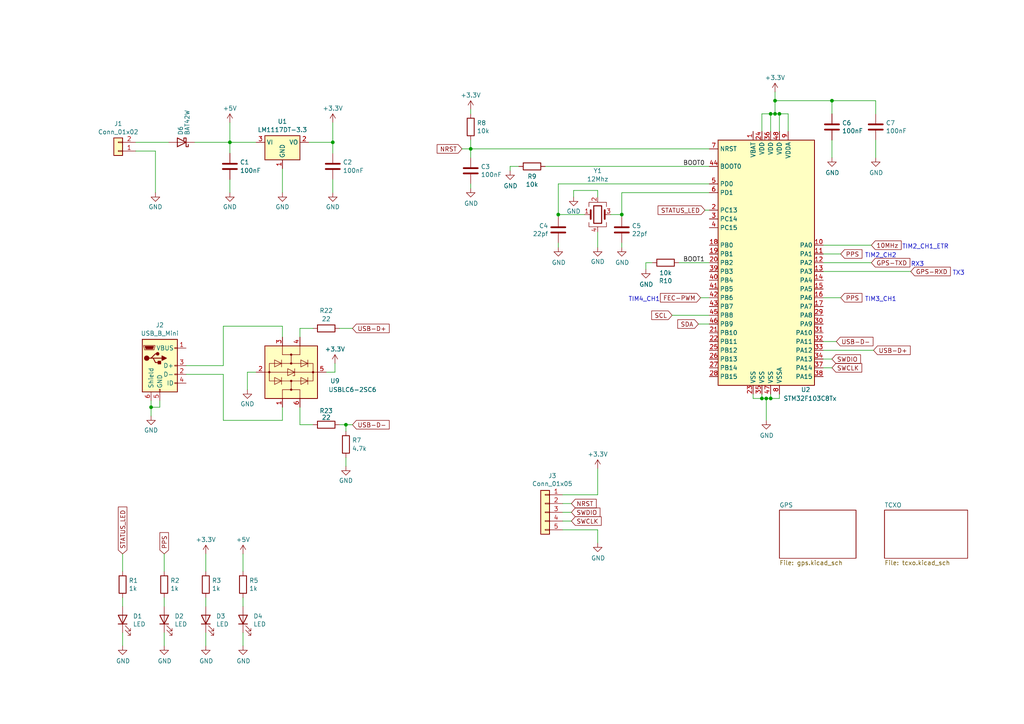
<source format=kicad_sch>
(kicad_sch (version 20230121) (generator eeschema)
  (paper "A4")
  (lib_symbols
    (symbol "Connector:USB_B_Mini" (pin_names (offset 1.016))
      (property "Reference" "J" (at -5.08 11.43 0))
      (property "Value" "USB_B_Mini" (at -5.08 8.89 0))
      (symbol "USB_B_Mini_0_1"
        (rectangle (start -5.08 -7.62) (end 5.08 7.62) (stroke (width 0.254)) (fill (type background)))
        (circle (center -3.81 2.159) (radius 0.635) (stroke (width 0.254)) (fill (type outline)))
        (circle (center -0.635 3.429) (radius 0.381) (stroke (width 0.254)) (fill (type outline)))
        (rectangle (start -0.127 -7.62) (end 0.127 -6.858))
        (polyline (pts (xy -1.905 2.159) (xy 0.635 2.159)) (stroke (width 0.254)))
        (polyline (pts (xy -3.175 2.159) (xy -2.54 2.159) (xy -1.27 3.429) (xy -0.635 3.429)) (stroke (width 0.254)))
        (polyline (pts (xy -2.54 2.159) (xy -1.905 2.159) (xy -1.27 0.889) (xy 0 0.889)) (stroke (width 0.254)))
        (polyline (pts (xy 0.635 2.794) (xy 0.635 1.524) (xy 1.905 2.159) (xy 0.635 2.794)) (stroke (width 0.254)) (fill (type outline)))
        (polyline (pts (xy -4.318 5.588) (xy -1.778 5.588) (xy -2.032 4.826) (xy -4.064 4.826) (xy -4.318 5.588)) (fill (type outline)))
        (polyline (pts (xy -4.699 5.842) (xy -4.699 5.588) (xy -4.445 4.826) (xy -4.445 4.572) (xy -1.651 4.572) (xy -1.651 4.826) (xy -1.397 5.588) (xy -1.397 5.842) (xy -4.699 5.842)))
        (rectangle (start 0.254 1.27) (end -0.508 0.508) (stroke (width 0.254)) (fill (type outline)))
        (rectangle (start 5.08 -5.207) (end 4.318 -4.953))
        (rectangle (start 5.08 -2.667) (end 4.318 -2.413))
        (rectangle (start 5.08 -0.127) (end 4.318 0.127))
        (rectangle (start 5.08 4.953) (end 4.318 5.207))
      )
      (symbol "USB_B_Mini_1_1"
        (pin power_out line (at 7.62 5.08 180) (length 2.54) (name "VBUS") (number "1"))
        (pin bidirectional line (at 7.62 -2.54 180) (length 2.54) (name "D-") (number "2"))
        (pin bidirectional line (at 7.62 0 180) (length 2.54) (name "D+") (number "3"))
        (pin passive line (at 7.62 -5.08 180) (length 2.54) (name "ID") (number "4"))
        (pin power_out line (at 0 -10.16 90) (length 2.54) (name "GND") (number "5"))
        (pin passive line (at -2.54 -10.16 90) (length 2.54) (name "Shield") (number "6"))
      )
    )
    (symbol "Connector_Generic:Conn_01x02" (pin_names (offset 1.016) hide)
      (property "Reference" "J" (at 0 2.54 0))
      (property "Value" "Conn_01x02" (at 0 -5.08 0))
      (symbol "Conn_01x02_1_1"
        (rectangle (start -1.27 -2.413) (end 0 -2.667) (stroke (width 0.1524)))
        (rectangle (start -1.27 0.127) (end 0 -0.127) (stroke (width 0.1524)))
        (rectangle (start -1.27 1.27) (end 1.27 -3.81) (stroke (width 0.254)) (fill (type background)))
        (pin passive line (at -5.08 0 0) (length 3.81) (name "Pin_1") (number "1"))
        (pin passive line (at -5.08 -2.54 0) (length 3.81) (name "Pin_2") (number "2"))
      )
    )
    (symbol "Connector_Generic:Conn_01x05" (pin_names (offset 1.016) hide)
      (property "Reference" "J" (at 0 7.62 0))
      (property "Value" "Conn_01x05" (at 0 -7.62 0))
      (symbol "Conn_01x05_1_1"
        (rectangle (start -1.27 -4.953) (end 0 -5.207) (stroke (width 0.1524)))
        (rectangle (start -1.27 -2.413) (end 0 -2.667) (stroke (width 0.1524)))
        (rectangle (start -1.27 0.127) (end 0 -0.127) (stroke (width 0.1524)))
        (rectangle (start -1.27 2.667) (end 0 2.413) (stroke (width 0.1524)))
        (rectangle (start -1.27 5.207) (end 0 4.953) (stroke (width 0.1524)))
        (rectangle (start -1.27 6.35) (end 1.27 -6.35) (stroke (width 0.254)) (fill (type background)))
        (pin passive line (at -5.08 5.08 0) (length 3.81) (name "Pin_1") (number "1"))
        (pin passive line (at -5.08 2.54 0) (length 3.81) (name "Pin_2") (number "2"))
        (pin passive line (at -5.08 0 0) (length 3.81) (name "Pin_3") (number "3"))
        (pin passive line (at -5.08 -2.54 0) (length 3.81) (name "Pin_4") (number "4"))
        (pin passive line (at -5.08 -5.08 0) (length 3.81) (name "Pin_5") (number "5"))
      )
    )
    (symbol "Device:C" (pin_numbers hide) (pin_names (offset 0.254))
      (property "Reference" "C" (at 0.635 2.54 0))
      (property "Value" "C" (at 0.635 -2.54 0))
      (symbol "C_0_1"
        (polyline (pts (xy -2.032 -0.762) (xy 2.032 -0.762)) (stroke (width 0.508)))
        (polyline (pts (xy -2.032 0.762) (xy 2.032 0.762)) (stroke (width 0.508)))
      )
      (symbol "C_1_1"
        (pin passive line (at 0 3.81 270) (length 2.794) (name "~") (number "1"))
        (pin passive line (at 0 -3.81 90) (length 2.794) (name "~") (number "2"))
      )
    )
    (symbol "Device:Crystal_GND24" (pin_names (offset 1.016) hide)
      (property "Reference" "Y" (at 3.175 5.08 0))
      (property "Value" "Crystal_GND24" (at 3.175 3.175 0))
      (symbol "Crystal_GND24_0_1"
        (rectangle (start -1.143 2.54) (end 1.143 -2.54) (stroke (width 0.3048)))
        (polyline (pts (xy -2.54 0) (xy -2.032 0)))
        (polyline (pts (xy -2.032 -1.27) (xy -2.032 1.27)) (stroke (width 0.508)))
        (polyline (pts (xy 0 -3.81) (xy 0 -3.556)))
        (polyline (pts (xy 0 3.556) (xy 0 3.81)))
        (polyline (pts (xy 2.032 -1.27) (xy 2.032 1.27)) (stroke (width 0.508)))
        (polyline (pts (xy 2.032 0) (xy 2.54 0)))
        (polyline (pts (xy -2.54 -2.286) (xy -2.54 -3.556) (xy 2.54 -3.556) (xy 2.54 -2.286)))
        (polyline (pts (xy -2.54 2.286) (xy -2.54 3.556) (xy 2.54 3.556) (xy 2.54 2.286)))
      )
      (symbol "Crystal_GND24_1_1"
        (pin passive line (at -3.81 0 0) (length 1.27) (name "1") (number "1"))
        (pin passive line (at 0 5.08 270) (length 1.27) (name "2") (number "2"))
        (pin passive line (at 3.81 0 180) (length 1.27) (name "3") (number "3"))
        (pin passive line (at 0 -5.08 90) (length 1.27) (name "4") (number "4"))
      )
    )
    (symbol "Device:D_Schottky" (pin_numbers hide) (pin_names (offset 1.016) hide)
      (property "Reference" "D" (at 0 2.54 0))
      (property "Value" "D_Schottky" (at 0 -2.54 0))
      (symbol "D_Schottky_0_1"
        (polyline (pts (xy 1.27 0) (xy -1.27 0)))
        (polyline (pts (xy 1.27 1.27) (xy 1.27 -1.27) (xy -1.27 0) (xy 1.27 1.27)) (stroke (width 0.254)))
        (polyline (pts (xy -1.905 0.635) (xy -1.905 1.27) (xy -1.27 1.27) (xy -1.27 -1.27) (xy -0.635 -1.27) (xy -0.635 -0.635)) (stroke (width 0.254)))
      )
      (symbol "D_Schottky_1_1"
        (pin passive line (at -3.81 0 0) (length 2.54) (name "K") (number "1"))
        (pin passive line (at 3.81 0 180) (length 2.54) (name "A") (number "2"))
      )
    )
    (symbol "Device:LED" (pin_numbers hide) (pin_names (offset 1.016) hide)
      (property "Reference" "D" (at 0 2.54 0))
      (property "Value" "LED" (at 0 -2.54 0))
      (symbol "LED_0_1"
        (polyline (pts (xy -1.27 -1.27) (xy -1.27 1.27)) (stroke (width 0.254)))
        (polyline (pts (xy -1.27 0) (xy 1.27 0)))
        (polyline (pts (xy 1.27 -1.27) (xy 1.27 1.27) (xy -1.27 0) (xy 1.27 -1.27)) (stroke (width 0.254)))
        (polyline (pts (xy -3.048 -0.762) (xy -4.572 -2.286) (xy -3.81 -2.286) (xy -4.572 -2.286) (xy -4.572 -1.524)))
        (polyline (pts (xy -1.778 -0.762) (xy -3.302 -2.286) (xy -2.54 -2.286) (xy -3.302 -2.286) (xy -3.302 -1.524)))
      )
      (symbol "LED_1_1"
        (pin passive line (at -3.81 0 0) (length 2.54) (name "K") (number "1"))
        (pin passive line (at 3.81 0 180) (length 2.54) (name "A") (number "2"))
      )
    )
    (symbol "Device:R" (pin_numbers hide) (pin_names (offset 0))
      (property "Reference" "R" (at 2.032 0 90))
      (property "Value" "R" (at 0 0 90))
      (symbol "R_0_1"
        (rectangle (start -1.016 -2.54) (end 1.016 2.54) (stroke (width 0.254)))
      )
      (symbol "R_1_1"
        (pin passive line (at 0 3.81 270) (length 1.27) (name "~") (number "1"))
        (pin passive line (at 0 -3.81 90) (length 1.27) (name "~") (number "2"))
      )
    )
    (symbol "Power_Protection:USBLC6-2SC6" (pin_names hide)
      (property "Reference" "U" (at 2.54 8.89 0))
      (property "Value" "USBLC6-2SC6" (at 2.54 -8.89 0))
      (symbol "USBLC6-2SC6_0_1"
        (rectangle (start -7.62 -7.62) (end 7.62 7.62) (stroke (width 0.254)) (fill (type background)))
        (circle (center -5.08 0) (radius 0.254) (fill (type outline)))
        (circle (center -2.54 0) (radius 0.254) (fill (type outline)))
        (rectangle (start -2.54 6.35) (end 2.54 -6.35))
        (circle (center 0 -6.35) (radius 0.254) (fill (type outline)))
        (polyline (pts (xy -5.08 -2.54) (xy -7.62 -2.54)))
        (polyline (pts (xy -5.08 0) (xy -5.08 -2.54)))
        (polyline (pts (xy -5.08 2.54) (xy -7.62 2.54)))
        (polyline (pts (xy -1.524 -2.794) (xy -3.556 -2.794)))
        (polyline (pts (xy -1.524 4.826) (xy -3.556 4.826)))
        (polyline (pts (xy 0 -7.62) (xy 0 -6.35)))
        (polyline (pts (xy 0 -6.35) (xy 0 1.27)))
        (polyline (pts (xy 0 1.27) (xy 0 6.35)))
        (polyline (pts (xy 0 6.35) (xy 0 7.62)))
        (polyline (pts (xy 1.524 -2.794) (xy 3.556 -2.794)))
        (polyline (pts (xy 1.524 4.826) (xy 3.556 4.826)))
        (polyline (pts (xy 5.08 -2.54) (xy 7.62 -2.54)))
        (polyline (pts (xy 5.08 0) (xy 5.08 -2.54)))
        (polyline (pts (xy 5.08 2.54) (xy 7.62 2.54)))
        (polyline (pts (xy -2.54 0) (xy -5.08 0) (xy -5.08 2.54)))
        (polyline (pts (xy 2.54 0) (xy 5.08 0) (xy 5.08 2.54)))
        (polyline (pts (xy -3.556 -4.826) (xy -1.524 -4.826) (xy -2.54 -2.794) (xy -3.556 -4.826)))
        (polyline (pts (xy -3.556 2.794) (xy -1.524 2.794) (xy -2.54 4.826) (xy -3.556 2.794)))
        (polyline (pts (xy -1.016 -1.016) (xy 1.016 -1.016) (xy 0 1.016) (xy -1.016 -1.016)))
        (polyline (pts (xy 1.016 1.016) (xy 0.762 1.016) (xy -1.016 1.016) (xy -1.016 0.508)))
        (polyline (pts (xy 3.556 -4.826) (xy 1.524 -4.826) (xy 2.54 -2.794) (xy 3.556 -4.826)))
        (polyline (pts (xy 3.556 2.794) (xy 1.524 2.794) (xy 2.54 4.826) (xy 3.556 2.794)))
        (circle (center 0 6.35) (radius 0.254) (fill (type outline)))
        (circle (center 2.54 0) (radius 0.254) (fill (type outline)))
        (circle (center 5.08 0) (radius 0.254) (fill (type outline)))
      )
      (symbol "USBLC6-2SC6_1_1"
        (pin passive line (at -10.16 -2.54 0) (length 2.54) (name "I/O1") (number "1"))
        (pin passive line (at 0 -10.16 90) (length 2.54) (name "GND") (number "2"))
        (pin passive line (at 10.16 -2.54 180) (length 2.54) (name "I/O2") (number "3"))
        (pin passive line (at 10.16 2.54 180) (length 2.54) (name "I/O2") (number "4"))
        (pin passive line (at 0 10.16 270) (length 2.54) (name "VBUS") (number "5"))
        (pin passive line (at -10.16 2.54 0) (length 2.54) (name "I/O1") (number "6"))
      )
    )
    (symbol "Regulator_Linear:LM1117DT-3.3"
      (property "Reference" "U" (at -3.81 3.175 0))
      (property "Value" "LM1117DT-3.3" (at 0 3.175 0))
      (symbol "LM1117DT-3.3_0_1"
        (rectangle (start -5.08 -5.08) (end 5.08 1.905) (stroke (width 0.254)) (fill (type background)))
      )
      (symbol "LM1117DT-3.3_1_1"
        (pin power_in line (at 0 -7.62 90) (length 2.54) (name "GND") (number "1"))
        (pin power_out line (at 7.62 0 180) (length 2.54) (name "VO") (number "2"))
        (pin power_in line (at -7.62 0 0) (length 2.54) (name "VI") (number "3"))
      )
    )
    (symbol "cheapsdo-rescue:STM32F103C8Tx-MCU_ST_STM32F1"
      (property "Reference" "U" (at -15.24 36.83 0))
      (property "Value" "MCU_ST_STM32F1_STM32F103C8Tx" (at 7.62 36.83 0))
      (symbol "STM32F103C8Tx-MCU_ST_STM32F1_0_1"
        (rectangle (start -15.24 -35.56) (end 12.7 35.56) (stroke (width 0.254)) (fill (type background)))
      )
      (symbol "STM32F103C8Tx-MCU_ST_STM32F1_1_1"
        (pin power_in line (at -5.08 38.1 270) (length 2.54) (name "VBAT") (number "1"))
        (pin bidirectional line (at 15.24 5.08 180) (length 2.54) (name "PA0") (number "10"))
        (pin bidirectional line (at 15.24 2.54 180) (length 2.54) (name "PA1") (number "11"))
        (pin bidirectional line (at 15.24 0 180) (length 2.54) (name "PA2") (number "12"))
        (pin bidirectional line (at 15.24 -2.54 180) (length 2.54) (name "PA3") (number "13"))
        (pin bidirectional line (at 15.24 -5.08 180) (length 2.54) (name "PA4") (number "14"))
        (pin bidirectional line (at 15.24 -7.62 180) (length 2.54) (name "PA5") (number "15"))
        (pin bidirectional line (at 15.24 -10.16 180) (length 2.54) (name "PA6") (number "16"))
        (pin bidirectional line (at 15.24 -12.7 180) (length 2.54) (name "PA7") (number "17"))
        (pin bidirectional line (at -17.78 5.08 0) (length 2.54) (name "PB0") (number "18"))
        (pin bidirectional line (at -17.78 2.54 0) (length 2.54) (name "PB1") (number "19"))
        (pin bidirectional line (at -17.78 15.24 0) (length 2.54) (name "PC13") (number "2"))
        (pin bidirectional line (at -17.78 0 0) (length 2.54) (name "PB2") (number "20"))
        (pin bidirectional line (at -17.78 -20.32 0) (length 2.54) (name "PB10") (number "21"))
        (pin bidirectional line (at -17.78 -22.86 0) (length 2.54) (name "PB11") (number "22"))
        (pin power_in line (at -5.08 -38.1 90) (length 2.54) (name "VSS") (number "23"))
        (pin power_in line (at -2.54 38.1 270) (length 2.54) (name "VDD") (number "24"))
        (pin bidirectional line (at -17.78 -25.4 0) (length 2.54) (name "PB12") (number "25"))
        (pin bidirectional line (at -17.78 -27.94 0) (length 2.54) (name "PB13") (number "26"))
        (pin bidirectional line (at -17.78 -30.48 0) (length 2.54) (name "PB14") (number "27"))
        (pin bidirectional line (at -17.78 -33.02 0) (length 2.54) (name "PB15") (number "28"))
        (pin bidirectional line (at 15.24 -15.24 180) (length 2.54) (name "PA8") (number "29"))
        (pin bidirectional line (at -17.78 12.7 0) (length 2.54) (name "PC14") (number "3"))
        (pin bidirectional line (at 15.24 -17.78 180) (length 2.54) (name "PA9") (number "30"))
        (pin bidirectional line (at 15.24 -20.32 180) (length 2.54) (name "PA10") (number "31"))
        (pin bidirectional line (at 15.24 -22.86 180) (length 2.54) (name "PA11") (number "32"))
        (pin bidirectional line (at 15.24 -25.4 180) (length 2.54) (name "PA12") (number "33"))
        (pin bidirectional line (at 15.24 -27.94 180) (length 2.54) (name "PA13") (number "34"))
        (pin power_in line (at -2.54 -38.1 90) (length 2.54) (name "VSS") (number "35"))
        (pin power_in line (at 0 38.1 270) (length 2.54) (name "VDD") (number "36"))
        (pin bidirectional line (at 15.24 -30.48 180) (length 2.54) (name "PA14") (number "37"))
        (pin bidirectional line (at 15.24 -33.02 180) (length 2.54) (name "PA15") (number "38"))
        (pin bidirectional line (at -17.78 -2.54 0) (length 2.54) (name "PB3") (number "39"))
        (pin bidirectional line (at -17.78 10.16 0) (length 2.54) (name "PC15") (number "4"))
        (pin bidirectional line (at -17.78 -5.08 0) (length 2.54) (name "PB4") (number "40"))
        (pin bidirectional line (at -17.78 -7.62 0) (length 2.54) (name "PB5") (number "41"))
        (pin bidirectional line (at -17.78 -10.16 0) (length 2.54) (name "PB6") (number "42"))
        (pin bidirectional line (at -17.78 -12.7 0) (length 2.54) (name "PB7") (number "43"))
        (pin input line (at -17.78 27.94 0) (length 2.54) (name "BOOT0") (number "44"))
        (pin bidirectional line (at -17.78 -15.24 0) (length 2.54) (name "PB8") (number "45"))
        (pin bidirectional line (at -17.78 -17.78 0) (length 2.54) (name "PB9") (number "46"))
        (pin power_in line (at 0 -38.1 90) (length 2.54) (name "VSS") (number "47"))
        (pin power_in line (at 2.54 38.1 270) (length 2.54) (name "VDD") (number "48"))
        (pin input line (at -17.78 22.86 0) (length 2.54) (name "PD0") (number "5"))
        (pin input line (at -17.78 20.32 0) (length 2.54) (name "PD1") (number "6"))
        (pin input line (at -17.78 33.02 0) (length 2.54) (name "NRST") (number "7"))
        (pin power_in line (at 2.54 -38.1 90) (length 2.54) (name "VSSA") (number "8"))
        (pin power_in line (at 5.08 38.1 270) (length 2.54) (name "VDDA") (number "9"))
      )
    )
    (symbol "power:+3.3V" (power) (pin_names (offset 0))
      (property "Value" "+3.3V" (at 0 3.556 0))
      (symbol "+3.3V_0_1"
        (polyline (pts (xy -0.762 1.27) (xy 0 2.54)))
        (polyline (pts (xy 0 0) (xy 0 2.54)))
        (polyline (pts (xy 0 2.54) (xy 0.762 1.27)))
      )
      (symbol "+3.3V_1_1"
        (pin power_in line (at 0 0 90) (length 0) hide (name "+3.3V") (number "1"))
      )
    )
    (symbol "power:+5V" (power) (pin_names (offset 0))
      (property "Value" "+5V" (at 0 3.556 0))
      (symbol "+5V_0_1"
        (polyline (pts (xy -0.762 1.27) (xy 0 2.54)))
        (polyline (pts (xy 0 0) (xy 0 2.54)))
        (polyline (pts (xy 0 2.54) (xy 0.762 1.27)))
      )
      (symbol "+5V_1_1"
        (pin power_in line (at 0 0 90) (length 0) hide (name "+5V") (number "1"))
      )
    )
    (symbol "power:GND" (power) (pin_names (offset 0))
      (property "Value" "GND" (at 0 -3.81 0))
      (symbol "GND_0_1"
        (polyline (pts (xy 0 0) (xy 0 -1.27) (xy 1.27 -1.27) (xy 0 -2.54) (xy -1.27 -1.27) (xy 0 -1.27)))
      )
      (symbol "GND_1_1"
        (pin power_in line (at 0 0 270) (length 0) hide (name "GND") (number "1"))
      )
    )
  )
  (junction (at 180.34 62.23))
  (junction (at 96.52 41.275))
  (junction (at 220.98 115.57))
  (junction (at 100.33 123.19))
  (junction (at 223.52 33.02))
  (junction (at 222.25 115.57))
  (junction (at 224.79 29.21))
  (junction (at 226.06 33.02))
  (junction (at 43.815 118.11))
  (junction (at 241.3 29.21))
  (junction (at 223.52 115.57))
  (junction (at 224.79 33.02))
  (junction (at 161.925 62.23))
  (junction (at 136.525 43.18))
  (junction (at 66.675 41.275))
  (wire (pts (xy 43.815 118.11) (xy 43.815 120.65)))
  (wire (pts (xy 241.3 40.64) (xy 241.3 45.72)))
  (wire (pts (xy 39.37 41.275) (xy 48.895 41.275)))
  (wire (pts (xy 163.195 153.67) (xy 173.355 153.67)))
  (wire (pts (xy 254 29.21) (xy 254 33.02)))
  (wire (pts (xy 98.425 123.19) (xy 100.33 123.19)))
  (wire (pts (xy 238.76 104.14) (xy 241.3 104.14)))
  (wire (pts (xy 74.295 107.95) (xy 71.755 107.95)))
  (wire (pts (xy 163.195 146.05) (xy 165.735 146.05)))
  (wire (pts (xy 136.525 43.18) (xy 136.525 45.72)))
  (wire (pts (xy 161.925 62.23) (xy 161.925 62.865)))
  (wire (pts (xy 173.355 143.51) (xy 173.355 135.89)))
  (wire (pts (xy 222.25 115.57) (xy 223.52 115.57)))
  (wire (pts (xy 64.77 121.92) (xy 64.77 108.585)))
  (wire (pts (xy 53.975 106.045) (xy 64.77 106.045)))
  (wire (pts (xy 35.56 160.655) (xy 35.56 165.735)))
  (wire (pts (xy 96.52 41.275) (xy 96.52 44.45)))
  (wire (pts (xy 163.195 151.13) (xy 165.735 151.13)))
  (wire (pts (xy 254 40.64) (xy 254 45.72)))
  (wire (pts (xy 238.76 76.2) (xy 252.73 76.2)))
  (wire (pts (xy 223.52 33.02) (xy 224.79 33.02)))
  (wire (pts (xy 97.155 107.95) (xy 97.155 105.41)))
  (wire (pts (xy 81.915 118.11) (xy 81.915 121.92)))
  (wire (pts (xy 94.615 107.95) (xy 97.155 107.95)))
  (wire (pts (xy 163.195 143.51) (xy 173.355 143.51)))
  (wire (pts (xy 71.755 107.95) (xy 71.755 113.03)))
  (wire (pts (xy 47.625 173.355) (xy 47.625 175.895)))
  (wire (pts (xy 136.525 33.02) (xy 136.525 31.75)))
  (wire (pts (xy 222.25 115.57) (xy 222.25 121.92)))
  (wire (pts (xy 136.525 53.34) (xy 136.525 54.61)))
  (wire (pts (xy 161.925 62.23) (xy 169.545 62.23)))
  (wire (pts (xy 45.085 43.815) (xy 45.085 55.88)))
  (wire (pts (xy 39.37 43.815) (xy 45.085 43.815)))
  (wire (pts (xy 86.995 95.25) (xy 90.805 95.25)))
  (wire (pts (xy 223.52 38.1) (xy 223.52 33.02)))
  (wire (pts (xy 86.995 118.11) (xy 86.995 123.19)))
  (wire (pts (xy 64.77 94.615) (xy 81.915 94.615)))
  (wire (pts (xy 238.76 78.74) (xy 264.16 78.74)))
  (wire (pts (xy 147.955 49.53) (xy 147.955 48.26)))
  (wire (pts (xy 220.98 38.1) (xy 220.98 33.02)))
  (wire (pts (xy 218.44 114.3) (xy 218.44 115.57)))
  (wire (pts (xy 194.945 91.44) (xy 205.74 91.44)))
  (wire (pts (xy 70.485 160.655) (xy 70.485 165.735)))
  (wire (pts (xy 173.355 55.245) (xy 166.37 55.245)))
  (wire (pts (xy 224.79 29.21) (xy 241.3 29.21)))
  (wire (pts (xy 173.355 153.67) (xy 173.355 157.48)))
  (wire (pts (xy 46.355 118.11) (xy 46.355 116.205)))
  (wire (pts (xy 100.33 123.19) (xy 100.33 125.095)))
  (wire (pts (xy 196.85 76.2) (xy 205.74 76.2)))
  (wire (pts (xy 64.77 106.045) (xy 64.77 94.615)))
  (wire (pts (xy 59.69 183.515) (xy 59.69 187.325)))
  (wire (pts (xy 161.925 71.755) (xy 161.925 70.485)))
  (wire (pts (xy 158.115 48.26) (xy 205.74 48.26)))
  (wire (pts (xy 224.79 29.21) (xy 224.79 26.67)))
  (wire (pts (xy 226.06 38.1) (xy 226.06 33.02)))
  (wire (pts (xy 180.34 62.23) (xy 180.34 62.865)))
  (wire (pts (xy 204.47 60.96) (xy 205.74 60.96)))
  (wire (pts (xy 81.915 121.92) (xy 64.77 121.92)))
  (wire (pts (xy 177.165 62.23) (xy 180.34 62.23)))
  (wire (pts (xy 241.3 29.21) (xy 241.3 33.02)))
  (wire (pts (xy 223.52 115.57) (xy 226.06 115.57)))
  (wire (pts (xy 161.925 53.34) (xy 161.925 62.23)))
  (wire (pts (xy 86.995 95.25) (xy 86.995 97.79)))
  (wire (pts (xy 100.33 132.715) (xy 100.33 135.255)))
  (wire (pts (xy 238.76 73.66) (xy 243.84 73.66)))
  (wire (pts (xy 180.34 55.88) (xy 205.74 55.88)))
  (wire (pts (xy 238.76 106.68) (xy 241.3 106.68)))
  (wire (pts (xy 136.525 43.18) (xy 136.525 40.64)))
  (wire (pts (xy 173.355 67.31) (xy 173.355 71.755)))
  (wire (pts (xy 238.76 86.36) (xy 243.84 86.36)))
  (wire (pts (xy 166.37 55.245) (xy 166.37 57.15)))
  (wire (pts (xy 241.3 29.21) (xy 254 29.21)))
  (wire (pts (xy 223.52 115.57) (xy 223.52 114.3)))
  (wire (pts (xy 66.675 35.56) (xy 66.675 41.275)))
  (wire (pts (xy 220.98 33.02) (xy 223.52 33.02)))
  (wire (pts (xy 47.625 183.515) (xy 47.625 187.325)))
  (wire (pts (xy 133.985 43.18) (xy 136.525 43.18)))
  (wire (pts (xy 238.76 101.6) (xy 253.365 101.6)))
  (wire (pts (xy 102.235 95.25) (xy 98.425 95.25)))
  (wire (pts (xy 43.815 118.11) (xy 46.355 118.11)))
  (wire (pts (xy 189.23 76.2) (xy 187.325 76.2)))
  (wire (pts (xy 226.06 115.57) (xy 226.06 114.3)))
  (wire (pts (xy 59.69 160.655) (xy 59.69 165.735)))
  (wire (pts (xy 218.44 115.57) (xy 220.98 115.57)))
  (wire (pts (xy 59.69 173.355) (xy 59.69 175.895)))
  (wire (pts (xy 102.235 123.19) (xy 100.33 123.19)))
  (wire (pts (xy 90.805 123.19) (xy 86.995 123.19)))
  (wire (pts (xy 226.06 33.02) (xy 228.6 33.02)))
  (wire (pts (xy 43.815 116.205) (xy 43.815 118.11)))
  (wire (pts (xy 220.98 115.57) (xy 222.25 115.57)))
  (wire (pts (xy 147.955 48.26) (xy 150.495 48.26)))
  (wire (pts (xy 96.52 52.07) (xy 96.52 55.88)))
  (wire (pts (xy 89.535 41.275) (xy 96.52 41.275)))
  (wire (pts (xy 161.925 53.34) (xy 205.74 53.34)))
  (wire (pts (xy 47.625 160.655) (xy 47.625 165.735)))
  (wire (pts (xy 180.34 55.88) (xy 180.34 62.23)))
  (wire (pts (xy 173.355 57.15) (xy 173.355 55.245)))
  (wire (pts (xy 187.325 76.2) (xy 187.325 78.105)))
  (wire (pts (xy 56.515 41.275) (xy 66.675 41.275)))
  (wire (pts (xy 53.975 108.585) (xy 64.77 108.585)))
  (wire (pts (xy 136.525 43.18) (xy 205.74 43.18)))
  (wire (pts (xy 238.76 71.12) (xy 252.73 71.12)))
  (wire (pts (xy 66.675 41.275) (xy 66.675 44.45)))
  (wire (pts (xy 66.675 52.07) (xy 66.675 55.88)))
  (wire (pts (xy 180.34 71.755) (xy 180.34 70.485)))
  (wire (pts (xy 228.6 33.02) (xy 228.6 38.1)))
  (wire (pts (xy 35.56 173.355) (xy 35.56 175.895)))
  (wire (pts (xy 81.915 48.895) (xy 81.915 55.88)))
  (wire (pts (xy 81.915 94.615) (xy 81.915 97.79)))
  (wire (pts (xy 238.76 99.06) (xy 242.57 99.06)))
  (wire (pts (xy 220.98 115.57) (xy 220.98 114.3)))
  (wire (pts (xy 224.79 33.02) (xy 224.79 29.21)))
  (wire (pts (xy 74.295 41.275) (xy 66.675 41.275)))
  (wire (pts (xy 70.485 183.515) (xy 70.485 187.325)))
  (wire (pts (xy 224.79 33.02) (xy 226.06 33.02)))
  (wire (pts (xy 202.565 93.98) (xy 205.74 93.98)))
  (wire (pts (xy 163.195 148.59) (xy 165.735 148.59)))
  (wire (pts (xy 35.56 183.515) (xy 35.56 187.325)))
  (wire (pts (xy 96.52 41.275) (xy 96.52 35.56)))
  (wire (pts (xy 70.485 173.355) (xy 70.485 175.895)))
  (wire (pts (xy 203.2 86.36) (xy 205.74 86.36)))
  (text "TIM2_CH2" (at 250.825 74.93 0) (effects (font (size 1.27 1.27)) (justify left bottom)))
  (text "TIM2_CH1_ETR" (at 261.62 72.39 0) (effects (font (size 1.27 1.27)) (justify left bottom)))
  (text "TIM4_CH1" (at 182.245 87.63 0) (effects (font (size 1.27 1.27)) (justify left bottom)))
  (text "TIM3_CH1" (at 250.825 87.63 0) (effects (font (size 1.27 1.27)) (justify left bottom)))
  (text "RX3" (at 264.16 77.47 0) (effects (font (size 1.27 1.27)) (justify left bottom)))
  (text "TX3" (at 276.225 80.01 0) (effects (font (size 1.27 1.27)) (justify left bottom)))
  (label "BOOT0" (at 198.12 48.26 0))
  (label "BOOT1" (at 198.12 76.2 0))
  (global_label "USB-D+" (shape input) (at 253.365 101.6 0) (property "Intersheetrefs" "${INTERSHEET_REFS}" (effects hide)))
  (global_label "SCL" (shape input) (at 194.945 91.44 180) (property "Intersheetrefs" "${INTERSHEET_REFS}" (effects hide)))
  (global_label "SWCLK" (shape input) (at 165.735 151.13 0) (property "Intersheetrefs" "${INTERSHEET_REFS}" (effects hide)))
  (global_label "NRST" (shape input) (at 165.735 146.05 0) (property "Intersheetrefs" "${INTERSHEET_REFS}" (effects hide)))
  (global_label "NRST" (shape input) (at 133.985 43.18 180) (property "Intersheetrefs" "${INTERSHEET_REFS}" (effects hide)))
  (global_label "SWDIO" (shape input) (at 165.735 148.59 0) (property "Intersheetrefs" "${INTERSHEET_REFS}" (effects hide)))
  (global_label "STATUS_LED" (shape input) (at 35.56 160.655 90) (property "Intersheetrefs" "${INTERSHEET_REFS}" (effects hide)))
  (global_label "GPS-RXD" (shape input) (at 264.16 78.74 0) (property "Intersheetrefs" "${INTERSHEET_REFS}" (effects hide)))
  (global_label "PPS" (shape input) (at 47.625 160.655 90) (property "Intersheetrefs" "${INTERSHEET_REFS}" (effects hide)))
  (global_label "PPS" (shape input) (at 243.84 73.66 0) (property "Intersheetrefs" "${INTERSHEET_REFS}" (effects hide)))
  (global_label "SWDIO" (shape input) (at 241.3 104.14 0) (property "Intersheetrefs" "${INTERSHEET_REFS}" (effects hide)))
  (global_label "STATUS_LED" (shape input) (at 204.47 60.96 180) (property "Intersheetrefs" "${INTERSHEET_REFS}" (effects hide)))
  (global_label "SDA" (shape input) (at 202.565 93.98 180) (property "Intersheetrefs" "${INTERSHEET_REFS}" (effects hide)))
  (global_label "PPS" (shape input) (at 243.84 86.36 0) (property "Intersheetrefs" "${INTERSHEET_REFS}" (effects hide)))
  (global_label "USB-D-" (shape input) (at 242.57 99.06 0) (property "Intersheetrefs" "${INTERSHEET_REFS}" (effects hide)))
  (global_label "USB-D+" (shape input) (at 102.235 95.25 0) (property "Intersheetrefs" "${INTERSHEET_REFS}" (effects hide)))
  (global_label "SWCLK" (shape input) (at 241.3 106.68 0) (property "Intersheetrefs" "${INTERSHEET_REFS}" (effects hide)))
  (global_label "GPS-TXD" (shape input) (at 252.73 76.2 0) (property "Intersheetrefs" "${INTERSHEET_REFS}" (effects hide)))
  (global_label "10MHz" (shape input) (at 252.73 71.12 0) (property "Intersheetrefs" "${INTERSHEET_REFS}" (effects hide)))
  (global_label "USB-D-" (shape input) (at 102.235 123.19 0) (property "Intersheetrefs" "${INTERSHEET_REFS}" (effects hide)))
  (global_label "FEC-PWM" (shape input) (at 203.2 86.36 180) (property "Intersheetrefs" "${INTERSHEET_REFS}" (effects hide)))
  (symbol (lib_id "cheapsdo-rescue:STM32F103C8Tx-MCU_ST_STM32F1") (at 223.52 76.2 0) (unit 1)
    (property "Reference" "U2" (at 233.68 113.03 0))
    (property "Value" "STM32F103C8Tx" (at 234.95 115.57 0))
    (property "Footprint" "Package_QFP:LQFP-48_7x7mm_P0.5mm" (effects hide))
    (property "Datasheet" "http://www.st.com/st-web-ui/static/active/en/resource/technical/document/datasheet/CD00161566.pdf" (effects hide))
  )
  (symbol (lib_id "Device:R") (at 154.305 48.26 270) (unit 1)
    (property "Reference" "R9" (at 154.305 51.181 90))
    (property "Value" "10k" (at 154.305 53.4924 90))
    (property "Footprint" "Resistor_SMD:R_0603_1608Metric_Pad0.98x0.95mm_HandSolder" (effects hide))
  )
  (symbol (lib_id "Device:R") (at 193.04 76.2 90) (unit 1)
    (property "Reference" "R10" (at 193.04 81.4578 90))
    (property "Value" "10k" (at 193.04 79.1464 90))
    (property "Footprint" "Resistor_SMD:R_0603_1608Metric_Pad0.98x0.95mm_HandSolder" (effects hide))
  )
  (symbol (lib_id "power:GND") (at 187.325 78.105 0) (unit 1)
    (property "Reference" "#PWR024" (effects hide))
    (property "Value" "GND" (at 187.452 82.4992 0))
  )
  (symbol (lib_id "Device:C") (at 161.925 66.675 0) (unit 1)
    (property "Reference" "C4" (at 159.0294 65.5066 0) (effects (justify right)))
    (property "Value" "22pf" (at 159.0294 67.818 0) (effects (justify right)))
    (property "Footprint" "Capacitor_SMD:C_0603_1608Metric_Pad1.08x0.95mm_HandSolder" (effects hide))
  )
  (symbol (lib_id "Device:C") (at 180.34 66.675 0) (unit 1)
    (property "Reference" "C5" (at 183.261 65.5066 0) (effects (justify left)))
    (property "Value" "22pf" (at 183.261 67.818 0) (effects (justify left)))
    (property "Footprint" "Capacitor_SMD:C_0603_1608Metric_Pad1.08x0.95mm_HandSolder" (effects hide))
  )
  (symbol (lib_id "power:GND") (at 147.955 49.53 0) (unit 1)
    (property "Reference" "#PWR017" (effects hide))
    (property "Value" "GND" (at 148.082 53.9242 0))
  )
  (symbol (lib_id "power:GND") (at 161.925 71.755 0) (unit 1)
    (property "Reference" "#PWR018" (effects hide))
    (property "Value" "GND" (at 162.052 76.1492 0))
  )
  (symbol (lib_id "power:GND") (at 180.34 71.755 0) (unit 1)
    (property "Reference" "#PWR023" (effects hide))
    (property "Value" "GND" (at 180.467 76.1492 0))
  )
  (symbol (lib_id "power:GND") (at 222.25 121.92 0) (unit 1)
    (property "Reference" "#PWR025" (effects hide))
    (property "Value" "GND" (at 222.377 126.3142 0))
  )
  (symbol (lib_id "Device:C") (at 241.3 36.83 0) (unit 1)
    (property "Reference" "C6" (at 244.221 35.6616 0) (effects (justify left)))
    (property "Value" "100nF" (at 244.221 37.973 0) (effects (justify left)))
    (property "Footprint" "Capacitor_SMD:C_0603_1608Metric_Pad1.08x0.95mm_HandSolder" (effects hide))
  )
  (symbol (lib_id "Device:C") (at 254 36.83 0) (unit 1)
    (property "Reference" "C7" (at 256.921 35.6616 0) (effects (justify left)))
    (property "Value" "100nF" (at 256.921 37.973 0) (effects (justify left)))
    (property "Footprint" "Capacitor_SMD:C_0603_1608Metric_Pad1.08x0.95mm_HandSolder" (effects hide))
  )
  (symbol (lib_id "power:GND") (at 254 45.72 0) (unit 1)
    (property "Reference" "#PWR028" (effects hide))
    (property "Value" "GND" (at 254.127 50.1142 0))
  )
  (symbol (lib_id "power:GND") (at 241.3 45.72 0) (unit 1)
    (property "Reference" "#PWR027" (effects hide))
    (property "Value" "GND" (at 241.427 50.1142 0))
  )
  (symbol (lib_id "Device:R") (at 136.525 36.83 0) (unit 1)
    (property "Reference" "R8" (at 138.303 35.6616 0) (effects (justify left)))
    (property "Value" "10k" (at 138.303 37.973 0) (effects (justify left)))
    (property "Footprint" "Resistor_SMD:R_0603_1608Metric_Pad0.98x0.95mm_HandSolder" (effects hide))
  )
  (symbol (lib_id "Device:C") (at 136.525 49.53 0) (unit 1)
    (property "Reference" "C3" (at 139.446 48.3616 0) (effects (justify left)))
    (property "Value" "100nF" (at 139.446 50.673 0) (effects (justify left)))
    (property "Footprint" "Capacitor_SMD:C_0603_1608Metric_Pad1.08x0.95mm_HandSolder" (effects hide))
  )
  (symbol (lib_id "power:GND") (at 136.525 54.61 0) (unit 1)
    (property "Reference" "#PWR016" (effects hide))
    (property "Value" "GND" (at 136.652 59.0042 0))
  )
  (symbol (lib_id "Connector_Generic:Conn_01x05") (at 158.115 148.59 0) (mirror y) (unit 1)
    (property "Reference" "J3" (at 160.1978 137.9982 0))
    (property "Value" "Conn_01x05" (at 160.1978 140.3096 0))
    (property "Footprint" "Connector_PinHeader_2.54mm:PinHeader_1x05_P2.54mm_Vertical" (effects hide))
  )
  (symbol (lib_id "power:GND") (at 173.355 157.48 0) (unit 1)
    (property "Reference" "#PWR022" (effects hide))
    (property "Value" "GND" (at 173.482 161.8742 0))
  )
  (symbol (lib_id "Device:R") (at 35.56 169.545 0) (unit 1)
    (property "Reference" "R1" (at 37.338 168.3766 0) (effects (justify left)))
    (property "Value" "1k" (at 37.338 170.688 0) (effects (justify left)))
    (property "Footprint" "Resistor_SMD:R_0603_1608Metric_Pad0.98x0.95mm_HandSolder" (effects hide))
  )
  (symbol (lib_id "Device:LED") (at 35.56 179.705 90) (unit 1)
    (property "Reference" "D1" (at 38.5572 178.7144 90) (effects (justify right)))
    (property "Value" "LED" (at 38.5572 181.0258 90) (effects (justify right)))
    (property "Footprint" "LED_SMD:LED_0603_1608Metric_Pad1.05x0.95mm_HandSolder" (effects hide))
  )
  (symbol (lib_id "power:GND") (at 35.56 187.325 0) (unit 1)
    (property "Reference" "#PWR01" (effects hide))
    (property "Value" "GND" (at 35.687 191.7192 0))
  )
  (symbol (lib_id "power:+3.3V") (at 136.525 31.75 0) (unit 1)
    (property "Reference" "#PWR015" (effects hide))
    (property "Value" "+3.3V" (at 136.525 27.6169 0))
  )
  (symbol (lib_id "Device:LED") (at 59.69 179.705 90) (unit 1)
    (property "Reference" "D3" (at 62.6872 178.7144 90) (effects (justify right)))
    (property "Value" "LED" (at 62.6872 181.0258 90) (effects (justify right)))
    (property "Footprint" "LED_SMD:LED_0603_1608Metric_Pad1.05x0.95mm_HandSolder" (effects hide))
  )
  (symbol (lib_id "power:GND") (at 100.33 135.255 0) (unit 1)
    (property "Reference" "#PWR012" (effects hide))
    (property "Value" "GND" (at 100.33 139.3881 0))
  )
  (symbol (lib_id "power:+3.3V") (at 96.52 35.56 0) (unit 1)
    (property "Reference" "#PWR013" (effects hide))
    (property "Value" "+3.3V" (at 96.52 31.4269 0))
  )
  (symbol (lib_id "power:GND") (at 96.52 55.88 0) (unit 1)
    (property "Reference" "#PWR014" (effects hide))
    (property "Value" "GND" (at 96.52 60.0131 0))
  )
  (symbol (lib_id "power:+3.3V") (at 97.155 105.41 0) (unit 1)
    (property "Reference" "#PWR058" (effects hide))
    (property "Value" "+3.3V" (at 97.155 101.2769 0))
  )
  (symbol (lib_id "power:GND") (at 43.815 120.65 0) (unit 1)
    (property "Reference" "#PWR02" (effects hide))
    (property "Value" "GND" (at 43.815 124.7831 0))
  )
  (symbol (lib_id "power:GND") (at 173.355 71.755 0) (unit 1)
    (property "Reference" "#PWR020" (effects hide))
    (property "Value" "GND" (at 173.355 75.8881 0))
  )
  (symbol (lib_id "Device:R") (at 47.625 169.545 0) (unit 1)
    (property "Reference" "R2" (at 49.403 168.3766 0) (effects (justify left)))
    (property "Value" "1k" (at 49.403 170.688 0) (effects (justify left)))
    (property "Footprint" "Resistor_SMD:R_0603_1608Metric_Pad0.98x0.95mm_HandSolder" (effects hide))
  )
  (symbol (lib_id "Device:R") (at 94.615 95.25 90) (mirror x) (unit 1)
    (property "Reference" "R22" (at 94.615 90.0897 90))
    (property "Value" "22" (at 94.615 92.5139 90))
    (property "Footprint" "Resistor_SMD:R_0603_1608Metric_Pad0.98x0.95mm_HandSolder" (effects hide))
  )
  (symbol (lib_id "Device:C") (at 66.675 48.26 0) (unit 1)
    (property "Reference" "C1" (at 69.596 47.0479 0) (effects (justify left)))
    (property "Value" "100nF" (at 69.596 49.4721 0) (effects (justify left)))
    (property "Footprint" "Capacitor_SMD:C_0603_1608Metric_Pad1.08x0.95mm_HandSolder" (effects hide))
  )
  (symbol (lib_id "power:GND") (at 81.915 55.88 0) (unit 1)
    (property "Reference" "#PWR011" (effects hide))
    (property "Value" "GND" (at 81.915 60.0131 0))
  )
  (symbol (lib_id "power:+3.3V") (at 173.355 135.89 0) (unit 1)
    (property "Reference" "#PWR026" (effects hide))
    (property "Value" "+3.3V" (at 173.355 131.7569 0))
  )
  (symbol (lib_id "Device:LED") (at 47.625 179.705 90) (unit 1)
    (property "Reference" "D2" (at 50.6222 178.7144 90) (effects (justify right)))
    (property "Value" "LED" (at 50.6222 181.0258 90) (effects (justify right)))
    (property "Footprint" "LED_SMD:LED_0603_1608Metric_Pad1.05x0.95mm_HandSolder" (effects hide))
  )
  (symbol (lib_id "Device:LED") (at 70.485 179.705 90) (unit 1)
    (property "Reference" "D4" (at 73.4822 178.7144 90) (effects (justify right)))
    (property "Value" "LED" (at 73.4822 181.0258 90) (effects (justify right)))
    (property "Footprint" "LED_SMD:LED_0603_1608Metric_Pad1.05x0.95mm_HandSolder" (effects hide))
  )
  (symbol (lib_id "Device:Crystal_GND24") (at 173.355 62.23 0) (unit 1)
    (property "Reference" "Y1" (at 173.355 49.53 0))
    (property "Value" "12Mhz" (at 173.355 51.9542 0))
    (property "Footprint" "Crystal:Crystal_SMD_EuroQuartz_MJ-4Pin_5.0x3.2mm_HandSoldering" (effects hide))
  )
  (symbol (lib_id "power:GND") (at 66.675 55.88 0) (unit 1)
    (property "Reference" "#PWR08" (effects hide))
    (property "Value" "GND" (at 66.675 60.0131 0))
  )
  (symbol (lib_id "power:GND") (at 70.485 187.325 0) (unit 1)
    (property "Reference" "#PWR010" (effects hide))
    (property "Value" "GND" (at 70.612 191.7192 0))
  )
  (symbol (lib_id "Device:R") (at 70.485 169.545 0) (unit 1)
    (property "Reference" "R5" (at 72.263 168.3766 0) (effects (justify left)))
    (property "Value" "1k" (at 72.263 170.688 0) (effects (justify left)))
    (property "Footprint" "Resistor_SMD:R_0603_1608Metric_Pad0.98x0.95mm_HandSolder" (effects hide))
  )
  (symbol (lib_id "power:GND") (at 166.37 57.15 0) (unit 1)
    (property "Reference" "#PWR019" (effects hide))
    (property "Value" "GND" (at 166.37 61.2831 0))
  )
  (symbol (lib_id "power:GND") (at 45.085 55.88 0) (unit 1)
    (property "Reference" "#PWR04" (effects hide))
    (property "Value" "GND" (at 45.085 60.0131 0))
  )
  (symbol (lib_id "Regulator_Linear:LM1117DT-3.3") (at 81.915 41.275 0) (unit 1)
    (property "Reference" "U1" (at 81.915 35.2257 0))
    (property "Value" "LM1117DT-3.3" (at 81.915 37.6499 0))
    (property "Footprint" "Package_TO_SOT_SMD:SOT-223-3_TabPin2" (effects hide))
    (property "Datasheet" "http://www.ti.com/lit/ds/symlink/lm1117.pdf" (effects hide))
  )
  (symbol (lib_id "Connector:USB_B_Mini") (at 46.355 106.045 0) (unit 1)
    (property "Reference" "J2" (at 46.355 94.2807 0))
    (property "Value" "USB_B_Mini" (at 46.355 96.7049 0))
    (property "Footprint" "Connector_USB:USB_Mini-B_Wuerth_65100516121_Horizontal" (effects hide))
  )
  (symbol (lib_id "power:+3.3V") (at 59.69 160.655 0) (unit 1)
    (property "Reference" "#PWR05" (effects hide))
    (property "Value" "+3.3V" (at 59.69 156.5219 0))
  )
  (symbol (lib_id "power:+5V") (at 70.485 160.655 0) (unit 1)
    (property "Reference" "#PWR09" (effects hide))
    (property "Value" "+5V" (at 70.485 156.5219 0))
  )
  (symbol (lib_id "Device:R") (at 59.69 169.545 0) (unit 1)
    (property "Reference" "R3" (at 61.468 168.3766 0) (effects (justify left)))
    (property "Value" "1k" (at 61.468 170.688 0) (effects (justify left)))
    (property "Footprint" "Resistor_SMD:R_0603_1608Metric_Pad0.98x0.95mm_HandSolder" (effects hide))
  )
  (symbol (lib_id "power:+5V") (at 66.675 35.56 0) (unit 1)
    (property "Reference" "#PWR07" (effects hide))
    (property "Value" "+5V" (at 66.675 31.4269 0))
  )
  (symbol (lib_id "power:+3.3V") (at 224.79 26.67 0) (unit 1)
    (property "Reference" "#PWR021" (effects hide))
    (property "Value" "+3.3V" (at 224.79 22.5369 0))
  )
  (symbol (lib_id "Device:R") (at 94.615 123.19 270) (mirror x) (unit 1)
    (property "Reference" "R23" (at 94.615 119.1641 90))
    (property "Value" "22" (at 94.615 121.0851 90))
    (property "Footprint" "Resistor_SMD:R_0603_1608Metric_Pad0.98x0.95mm_HandSolder" (effects hide))
  )
  (symbol (lib_id "power:GND") (at 59.69 187.325 0) (unit 1)
    (property "Reference" "#PWR06" (effects hide))
    (property "Value" "GND" (at 59.817 191.7192 0))
  )
  (symbol (lib_id "Device:R") (at 100.33 128.905 180) (unit 1)
    (property "Reference" "R7" (at 102.108 127.6929 0) (effects (justify right)))
    (property "Value" "4.7k" (at 102.108 130.1171 0) (effects (justify right)))
    (property "Footprint" "Resistor_SMD:R_0603_1608Metric_Pad0.98x0.95mm_HandSolder" (effects hide))
  )
  (symbol (lib_id "Device:D_Schottky") (at 52.705 41.275 180) (unit 1)
    (property "Reference" "D6" (at 52.3788 39.243 90) (effects (justify right)))
    (property "Value" "BAT42W" (at 54.2998 39.243 90) (effects (justify right)))
    (property "Footprint" "Diode_SMD:D_SOD-323_HandSoldering" (effects hide))
  )
  (symbol (lib_id "Connector_Generic:Conn_01x02") (at 34.29 43.815 180) (unit 1)
    (property "Reference" "J1" (at 34.29 35.8607 0))
    (property "Value" "Conn_01x02" (at 34.29 38.2849 0))
    (property "Footprint" "Connector_Phoenix_MSTB:PhoenixContact_MSTBA_2,5_2-G-5,08_1x02_P5.08mm_Horizontal" (effects hide))
    (property "Reichelt" "MSTBA 2-G 5,08 + MSTB 2-ST 5,08" (effects hide))
  )
  (symbol (lib_id "Device:C") (at 96.52 48.26 0) (unit 1)
    (property "Reference" "C2" (at 99.441 47.0479 0) (effects (justify left)))
    (property "Value" "100nF" (at 99.441 49.4721 0) (effects (justify left)))
    (property "Footprint" "Capacitor_SMD:C_0603_1608Metric_Pad1.08x0.95mm_HandSolder" (effects hide))
  )
  (symbol (lib_id "Power_Protection:USBLC6-2SC6") (at 84.455 107.95 270) (mirror x) (unit 1)
    (property "Reference" "U9" (at 97.155 110.49 90))
    (property "Value" "USBLC6-2SC6" (at 102.235 113.03 90))
    (property "Footprint" "Package_TO_SOT_SMD:SOT-23-6" (effects hide))
    (property "Datasheet" "https://www.st.com/resource/en/datasheet/usblc6-2.pdf" (effects hide))
  )
  (symbol (lib_id "power:GND") (at 71.755 113.03 0) (mirror y) (unit 1)
    (property "Reference" "#PWR057" (effects hide))
    (property "Value" "GND" (at 71.755 117.1655 0))
  )
  (symbol (lib_id "power:GND") (at 47.625 187.325 0) (unit 1)
    (property "Reference" "#PWR03" (effects hide))
    (property "Value" "GND" (at 47.752 191.7192 0))
  )
  (sheet (at 256.54 147.955) (size 24.13 13.97) (stroke (width 0.1524))
    (property "Sheetname" "TCXO" (at 256.54 147.2434 0) (effects (justify left bottom)))
    (property "Sheetfile" "tcxo.kicad_sch" (at 256.54 162.5096 0) (effects (justify left top)))
  )
  (sheet (at 226.06 147.955) (size 22.225 13.97) (stroke (width 0.1524))
    (property "Sheetname" "GPS" (at 226.06 147.2434 0) (effects (justify left bottom)))
    (property "Sheetfile" "gps.kicad_sch" (at 226.06 162.5096 0) (effects (justify left top)))
  )
)
</source>
